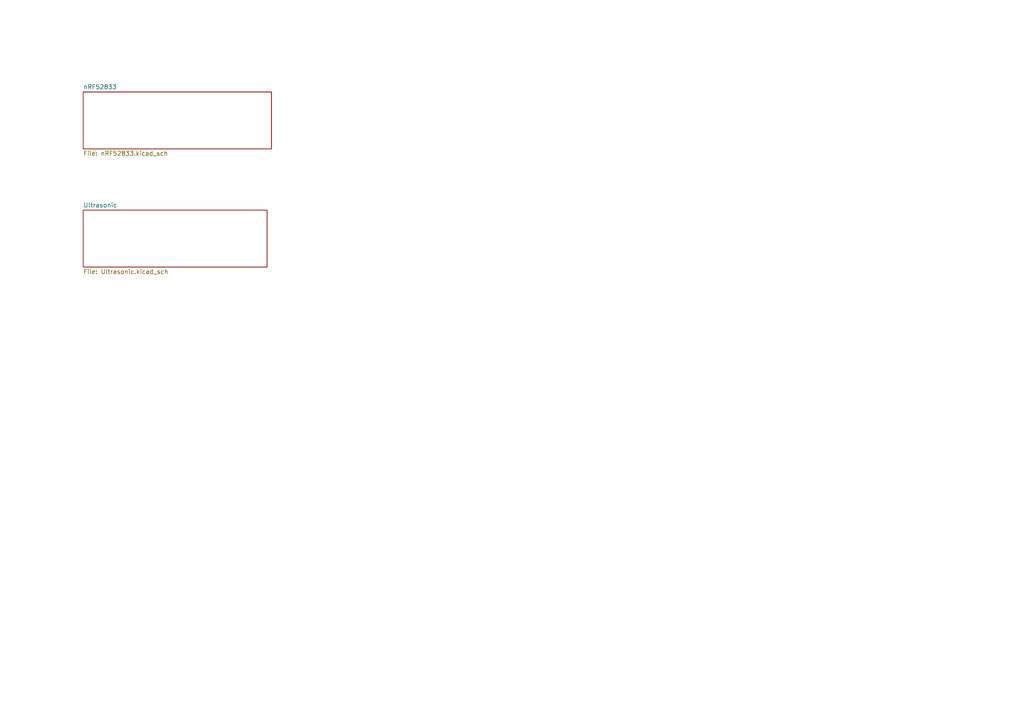
<source format=kicad_sch>
(kicad_sch (version 20230121) (generator eeschema)

  (uuid e63e39d7-6ac0-4ffd-8aa3-1841a4541b55)

  (paper "A4")

  (title_block
    (title "nRF52833-QDAA Ref. Layout (DCDC, VDDH supply)")
  )

  (lib_symbols
  )


  (sheet (at 24.13 60.96) (size 53.34 16.51) (fields_autoplaced)
    (stroke (width 0.1524) (type solid))
    (fill (color 0 0 0 0.0000))
    (uuid 0805b7db-4074-4273-b6b5-cb6c9b40ac78)
    (property "Sheetname" "Ultrasonic" (at 24.13 60.2484 0)
      (effects (font (size 1.27 1.27)) (justify left bottom))
    )
    (property "Sheetfile" "Ultrasonic.kicad_sch" (at 24.13 78.0546 0)
      (effects (font (size 1.27 1.27)) (justify left top))
    )
    (instances
      (project "UltrasonicNRF52mini"
        (path "/e63e39d7-6ac0-4ffd-8aa3-1841a4541b55" (page "3"))
      )
    )
  )

  (sheet (at 24.13 26.67) (size 54.61 16.51) (fields_autoplaced)
    (stroke (width 0.1524) (type solid))
    (fill (color 0 0 0 0.0000))
    (uuid bf04e794-a220-4a43-9fd5-17a4d02fd218)
    (property "Sheetname" "nRF52833" (at 24.13 25.9584 0)
      (effects (font (size 1.27 1.27)) (justify left bottom))
    )
    (property "Sheetfile" "nRF52833.kicad_sch" (at 24.13 43.7646 0)
      (effects (font (size 1.27 1.27)) (justify left top))
    )
    (instances
      (project "UltrasonicNRF52mini"
        (path "/e63e39d7-6ac0-4ffd-8aa3-1841a4541b55" (page "2"))
      )
    )
  )

  (sheet_instances
    (path "/" (page "1"))
  )
)

</source>
